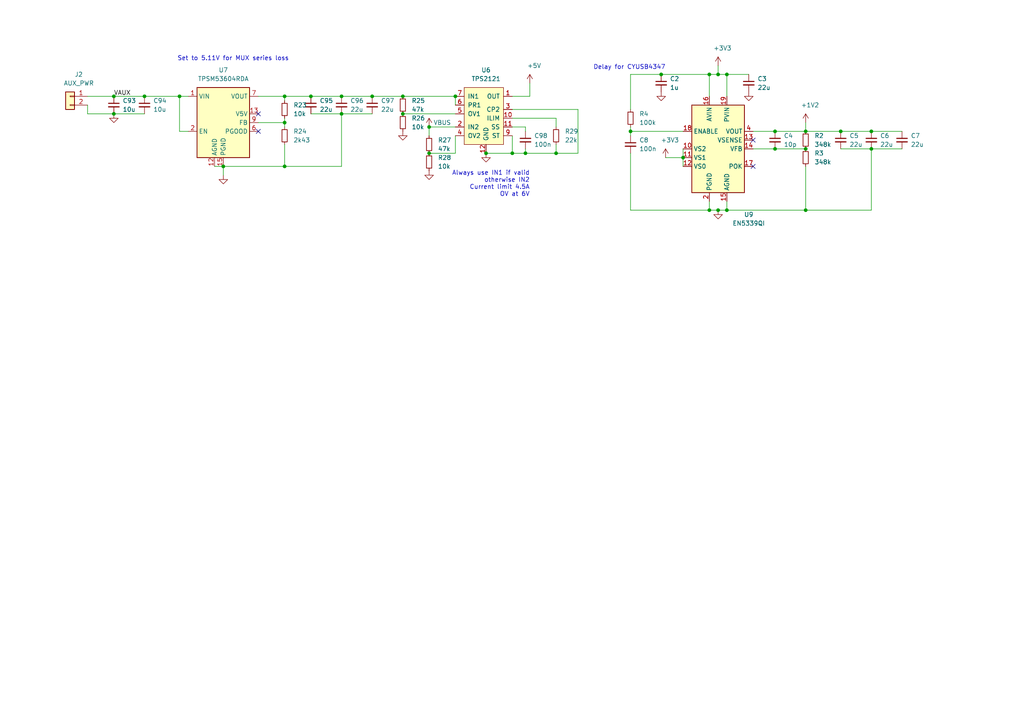
<source format=kicad_sch>
(kicad_sch (version 20210126) (generator eeschema)
  (paper "A4")
  (lib_symbols
    (symbol "Connector_Generic:Conn_01x02" (pin_names (offset 1.016) hide)
      (property "Reference" "J" (at 0 2.54 0))
      (property "Value" "Conn_01x02" (at 0 -5.08 0))
      (symbol "Conn_01x02_1_1"
        (rectangle (start -1.27 -2.413) (end 0 -2.667) (stroke (width 0.1524)))
        (rectangle (start -1.27 0.127) (end 0 -0.127) (stroke (width 0.1524)))
        (rectangle (start -1.27 1.27) (end 1.27 -3.81) (stroke (width 0.254)) (fill (type background)))
        (pin passive line (at -5.08 0 0) (length 3.81) (name "Pin_1") (number "1"))
        (pin passive line (at -5.08 -2.54 0) (length 3.81) (name "Pin_2") (number "2"))
      )
    )
    (symbol "Converter_DCDC:TPSM53604RDA"
      (property "Reference" "U" (at 0 15.24 0))
      (property "Value" "TPSM53604RDA" (at 0 12.7 0))
      (symbol "TPSM53604RDA_0_1"
        (rectangle (start 7.62 10.16) (end -7.62 -10.16) (stroke (width 0.254)) (fill (type background)))
      )
      (symbol "TPSM53604RDA_1_1"
        (pin power_in line (at -10.16 7.62 0) (length 2.54) (name "VIN") (number "1"))
        (pin passive line (at 0 -12.7 90) (length 2.54) hide (name "PGND") (number "10"))
        (pin passive line (at 0 -12.7 90) (length 2.54) hide (name "PGND") (number "11"))
        (pin power_in line (at -2.54 -12.7 90) (length 2.54) (name "AGND") (number "12"))
        (pin output line (at 10.16 2.54 180) (length 2.54) (name "V5V") (number "13"))
        (pin passive line (at -10.16 7.62 0) (length 2.54) hide (name "VIN") (number "14"))
        (pin power_in line (at 0 -12.7 90) (length 2.54) (name "PGND") (number "15"))
        (pin input line (at -10.16 -2.54 0) (length 2.54) (name "EN") (number "2"))
        (pin passive line (at 0 -12.7 90) (length 2.54) hide (name "PGND") (number "3"))
        (pin no_connect line (at -7.62 2.54 0) (length 2.54) hide (name "DNC") (number "4"))
        (pin no_connect line (at -7.62 0 0) (length 2.54) hide (name "DNC") (number "5"))
        (pin open_collector line (at 10.16 -2.54 180) (length 2.54) (name "PGOOD") (number "6"))
        (pin power_out line (at 10.16 7.62 180) (length 2.54) (name "VOUT") (number "7"))
        (pin passive line (at 10.16 7.62 180) (length 2.54) hide (name "VOUT") (number "8"))
        (pin input line (at 10.16 0 180) (length 2.54) (name "FB") (number "9"))
      )
    )
    (symbol "DCDC_Converters:EN5322QI"
      (property "Reference" "U" (at 3.81 16.51 0))
      (property "Value" "EN5322QI" (at 3.81 13.97 0))
      (symbol "EN5322QI_0_1"
        (rectangle (start -7.62 12.7) (end 7.62 -12.7) (stroke (width 0.254)) (fill (type background)))
      )
      (symbol "EN5322QI_1_1"
        (pin no_connect line (at -7.62 2.54 0) (length 2.54) hide (name "NC") (number "1"))
        (pin input line (at -10.16 0 0) (length 2.54) (name "VS2") (number "10"))
        (pin input line (at -10.16 -2.54 0) (length 2.54) (name "VS1") (number "11"))
        (pin input line (at -10.16 -5.08 0) (length 2.54) (name "VS0") (number "12"))
        (pin input line (at 10.16 2.54 180) (length 2.54) (name "VSENSE") (number "13"))
        (pin input line (at 10.16 0 180) (length 2.54) (name "VFB") (number "14"))
        (pin power_in line (at 2.54 -15.24 90) (length 2.54) (name "AGND") (number "15"))
        (pin power_in line (at -2.54 15.24 270) (length 2.54) (name "AVIN") (number "16"))
        (pin output line (at 10.16 -5.08 180) (length 2.54) (name "POK") (number "17"))
        (pin input line (at -10.16 5.08 0) (length 2.54) (name "ENABLE") (number "18"))
        (pin power_in line (at 2.54 15.24 270) (length 2.54) (name "PVIN") (number "19"))
        (pin power_in line (at -2.54 -15.24 90) (length 2.54) (name "PGND") (number "2"))
        (pin passive line (at 2.54 15.24 270) (length 2.54) hide (name "PVIN") (number "20"))
        (pin no_connect line (at -7.62 -7.62 0) (length 2.54) hide (name "NC") (number "21"))
        (pin no_connect line (at 7.62 -2.54 180) (length 2.54) hide (name "NC") (number "22"))
        (pin no_connect line (at 7.62 -7.62 180) (length 2.54) hide (name "NC") (number "23"))
        (pin no_connect line (at 7.62 7.62 180) (length 2.54) hide (name "NC") (number "24"))
        (pin passive line (at -2.54 -15.24 90) (length 2.54) hide (name "PGND") (number "25"))
        (pin passive line (at -2.54 -15.24 90) (length 2.54) hide (name "PGND") (number "3"))
        (pin power_out line (at 10.16 5.08 180) (length 2.54) (name "VOUT") (number "4"))
        (pin passive line (at 10.16 5.08 180) (length 2.54) hide (name "VOUT") (number "5"))
        (pin passive line (at 10.16 5.08 180) (length 2.54) hide (name "VOUT") (number "6"))
        (pin passive line (at 10.16 5.08 180) (length 2.54) hide (name "VOUT") (number "7"))
        (pin passive line (at -2.54 -15.24 90) (length 2.54) hide (name "PGND") (number "8"))
        (pin passive line (at -2.54 -15.24 90) (length 2.54) hide (name "PGND") (number "9"))
      )
    )
    (symbol "Device:C_Small" (pin_numbers hide) (pin_names (offset 0.254) hide)
      (property "Reference" "C" (at 0.254 1.778 0))
      (property "Value" "C_Small" (at 0.254 -2.032 0))
      (symbol "C_Small_0_1"
        (polyline (pts (xy -1.524 -0.508) (xy 1.524 -0.508)) (stroke (width 0.3302)))
        (polyline (pts (xy -1.524 0.508) (xy 1.524 0.508)) (stroke (width 0.3048)))
      )
      (symbol "C_Small_1_1"
        (pin passive line (at 0 2.54 270) (length 2.032) (name "~") (number "1"))
        (pin passive line (at 0 -2.54 90) (length 2.032) (name "~") (number "2"))
      )
    )
    (symbol "Device:R_Small" (pin_numbers hide) (pin_names (offset 0.254) hide)
      (property "Reference" "R" (at 0.762 0.508 0))
      (property "Value" "R_Small" (at 0.762 -1.016 0))
      (symbol "R_Small_0_1"
        (rectangle (start -0.762 1.778) (end 0.762 -1.778) (stroke (width 0.2032)))
      )
      (symbol "R_Small_1_1"
        (pin passive line (at 0 2.54 270) (length 0.762) (name "~") (number "1"))
        (pin passive line (at 0 -2.54 90) (length 0.762) (name "~") (number "2"))
      )
    )
    (symbol "power:+1V2" (power) (pin_names (offset 0))
      (property "Value" "+1V2" (at 0 3.556 0))
      (symbol "+1V2_0_1"
        (polyline (pts (xy -0.762 1.27) (xy 0 2.54)))
        (polyline (pts (xy 0 0) (xy 0 2.54)))
        (polyline (pts (xy 0 2.54) (xy 0.762 1.27)))
      )
      (symbol "+1V2_1_1"
        (pin power_in line (at 0 0 90) (length 0) hide (name "+1V2") (number "1"))
      )
    )
    (symbol "power:+3V3" (power) (pin_names (offset 0))
      (property "Value" "+3V3" (at 0 3.556 0))
      (symbol "+3V3_0_1"
        (polyline (pts (xy -0.762 1.27) (xy 0 2.54)))
        (polyline (pts (xy 0 0) (xy 0 2.54)))
        (polyline (pts (xy 0 2.54) (xy 0.762 1.27)))
      )
      (symbol "+3V3_1_1"
        (pin power_in line (at 0 0 90) (length 0) hide (name "+3V3") (number "1"))
      )
    )
    (symbol "power:+5V" (power) (pin_names (offset 0))
      (property "Value" "+5V" (at 0 3.556 0))
      (symbol "+5V_0_1"
        (polyline (pts (xy -0.762 1.27) (xy 0 2.54)))
        (polyline (pts (xy 0 0) (xy 0 2.54)))
        (polyline (pts (xy 0 2.54) (xy 0.762 1.27)))
      )
      (symbol "+5V_1_1"
        (pin power_in line (at 0 0 90) (length 0) hide (name "+5V") (number "1"))
      )
    )
    (symbol "power:GND" (power) (pin_names (offset 0))
      (property "Value" "GND" (at 0 -3.81 0))
      (symbol "GND_0_1"
        (polyline (pts (xy 0 0) (xy 0 -1.27) (xy 1.27 -1.27) (xy 0 -2.54) (xy -1.27 -1.27) (xy 0 -1.27)))
      )
      (symbol "GND_1_1"
        (pin power_in line (at 0 0 270) (length 0) hide (name "GND") (number "1"))
      )
    )
    (symbol "power:VBUS" (power) (pin_names (offset 0))
      (property "Value" "VBUS" (at 0 3.81 0))
      (symbol "VBUS_0_1"
        (polyline (pts (xy -0.762 1.27) (xy 0 2.54)))
        (polyline (pts (xy 0 0) (xy 0 2.54)))
        (polyline (pts (xy 0 2.54) (xy 0.762 1.27)))
      )
      (symbol "VBUS_1_1"
        (pin power_in line (at 0 0 90) (length 0) hide (name "VBUS") (number "1"))
      )
    )
    (symbol "power_mux:TPS2121" (pin_names (offset 1.016))
      (property "Reference" "U" (at 6.35 -8.89 0))
      (property "Value" "TPS2121" (at 6.35 -8.89 0))
      (symbol "TPS2121_0_1"
        (rectangle (start -6.35 8.89) (end 5.08 -7.62) (fill (type background)))
      )
      (symbol "TPS2121_1_1"
        (pin power_out line (at 7.62 6.35 180) (length 2.54) (name "OUT") (number "1"))
        (pin input line (at 7.62 0 180) (length 2.54) (name "ILIM") (number "10"))
        (pin input line (at 7.62 -2.54 180) (length 2.54) (name "SS") (number "11"))
        (pin power_in line (at 0 -10.16 90) (length 2.54) (name "GND") (number "12"))
        (pin power_in line (at -8.89 -2.54 0) (length 2.54) (name "IN2") (number "2"))
        (pin input line (at 7.62 2.54 180) (length 2.54) (name "CP2") (number "3"))
        (pin input line (at -8.89 -5.08 0) (length 2.54) (name "OV2") (number "4"))
        (pin input line (at -8.89 1.27 0) (length 2.54) (name "OV1") (number "5"))
        (pin input line (at -8.89 3.81 0) (length 2.54) (name "PR1") (number "6"))
        (pin power_in line (at -8.89 6.35 0) (length 2.54) (name "IN1") (number "7"))
        (pin passive line (at 7.62 6.35 180) (length 2.54) hide (name "OUT") (number "8"))
        (pin output line (at 7.62 -5.08 180) (length 2.54) (name "ST") (number "9"))
      )
    )
  )
  (junction (at 33.02 27.94) (diameter 0.9144))
  (junction (at 33.02 33.02) (diameter 0.9144))
  (junction (at 41.91 27.94) (diameter 0.9144))
  (junction (at 52.07 27.94) (diameter 0.9144))
  (junction (at 64.77 48.26) (diameter 0.9144))
  (junction (at 82.55 27.94) (diameter 0.9144))
  (junction (at 82.55 35.56) (diameter 0.9144))
  (junction (at 82.55 48.26) (diameter 0.9144))
  (junction (at 90.17 27.94) (diameter 0.9144))
  (junction (at 99.06 27.94) (diameter 0.9144))
  (junction (at 99.06 33.02) (diameter 0.9144))
  (junction (at 107.95 27.94) (diameter 0.9144))
  (junction (at 116.84 27.94) (diameter 0.9144))
  (junction (at 116.84 33.02) (diameter 0.9144))
  (junction (at 124.46 36.83) (diameter 0.9144))
  (junction (at 124.46 44.45) (diameter 0.9144))
  (junction (at 132.08 27.94) (diameter 0.9144))
  (junction (at 140.97 44.45) (diameter 0.9144))
  (junction (at 148.59 44.45) (diameter 0.9144))
  (junction (at 152.4 44.45) (diameter 0.9144))
  (junction (at 161.29 44.45) (diameter 0.9144))
  (junction (at 182.88 38.1) (diameter 0.9144))
  (junction (at 191.77 21.59) (diameter 0.9144))
  (junction (at 198.12 45.72) (diameter 0.9144))
  (junction (at 205.74 21.59) (diameter 0.9144))
  (junction (at 205.74 60.96) (diameter 0.9144))
  (junction (at 208.28 21.59) (diameter 0.9144))
  (junction (at 208.28 60.96) (diameter 0.9144))
  (junction (at 210.82 21.59) (diameter 0.9144))
  (junction (at 210.82 60.96) (diameter 0.9144))
  (junction (at 224.79 38.1) (diameter 0.9144))
  (junction (at 224.79 43.18) (diameter 0.9144))
  (junction (at 233.68 38.1) (diameter 0.9144))
  (junction (at 233.68 43.18) (diameter 0.9144))
  (junction (at 233.68 60.96) (diameter 0.9144))
  (junction (at 243.84 38.1) (diameter 0.9144))
  (junction (at 252.73 38.1) (diameter 0.9144))
  (junction (at 252.73 43.18) (diameter 0.9144))
  (no_connect (at 74.93 33.02))
  (no_connect (at 74.93 38.1))
  (no_connect (at 218.44 40.64))
  (no_connect (at 218.44 48.26))
  (wire (pts (xy 25.4 30.48) (xy 25.4 33.02)))
  (wire (pts (xy 25.4 33.02) (xy 33.02 33.02)))
  (wire (pts (xy 33.02 27.94) (xy 25.4 27.94)))
  (wire (pts (xy 33.02 33.02) (xy 41.91 33.02)))
  (wire (pts (xy 41.91 27.94) (xy 33.02 27.94)))
  (wire (pts (xy 52.07 27.94) (xy 41.91 27.94)))
  (wire (pts (xy 52.07 27.94) (xy 52.07 38.1)))
  (wire (pts (xy 52.07 38.1) (xy 54.61 38.1)))
  (wire (pts (xy 54.61 27.94) (xy 52.07 27.94)))
  (wire (pts (xy 62.23 48.26) (xy 64.77 48.26)))
  (wire (pts (xy 64.77 48.26) (xy 64.77 50.8)))
  (wire (pts (xy 74.93 27.94) (xy 82.55 27.94)))
  (wire (pts (xy 74.93 35.56) (xy 82.55 35.56)))
  (wire (pts (xy 82.55 27.94) (xy 82.55 29.21)))
  (wire (pts (xy 82.55 27.94) (xy 90.17 27.94)))
  (wire (pts (xy 82.55 35.56) (xy 82.55 34.29)))
  (wire (pts (xy 82.55 35.56) (xy 82.55 36.83)))
  (wire (pts (xy 82.55 41.91) (xy 82.55 48.26)))
  (wire (pts (xy 82.55 48.26) (xy 64.77 48.26)))
  (wire (pts (xy 90.17 27.94) (xy 99.06 27.94)))
  (wire (pts (xy 90.17 33.02) (xy 99.06 33.02)))
  (wire (pts (xy 99.06 27.94) (xy 107.95 27.94)))
  (wire (pts (xy 99.06 33.02) (xy 99.06 48.26)))
  (wire (pts (xy 99.06 33.02) (xy 107.95 33.02)))
  (wire (pts (xy 99.06 48.26) (xy 82.55 48.26)))
  (wire (pts (xy 107.95 27.94) (xy 116.84 27.94)))
  (wire (pts (xy 116.84 27.94) (xy 132.08 27.94)))
  (wire (pts (xy 116.84 33.02) (xy 132.08 33.02)))
  (wire (pts (xy 124.46 36.83) (xy 124.46 39.37)))
  (wire (pts (xy 124.46 36.83) (xy 132.08 36.83)))
  (wire (pts (xy 132.08 27.94) (xy 132.08 30.48)))
  (wire (pts (xy 132.08 39.37) (xy 132.08 44.45)))
  (wire (pts (xy 132.08 44.45) (xy 124.46 44.45)))
  (wire (pts (xy 140.97 44.45) (xy 148.59 44.45)))
  (wire (pts (xy 148.59 27.94) (xy 153.67 27.94)))
  (wire (pts (xy 148.59 31.75) (xy 167.64 31.75)))
  (wire (pts (xy 148.59 34.29) (xy 161.29 34.29)))
  (wire (pts (xy 148.59 36.83) (xy 152.4 36.83)))
  (wire (pts (xy 148.59 44.45) (xy 148.59 39.37)))
  (wire (pts (xy 148.59 44.45) (xy 152.4 44.45)))
  (wire (pts (xy 152.4 36.83) (xy 152.4 38.1)))
  (wire (pts (xy 152.4 43.18) (xy 152.4 44.45)))
  (wire (pts (xy 152.4 44.45) (xy 161.29 44.45)))
  (wire (pts (xy 153.67 27.94) (xy 153.67 24.13)))
  (wire (pts (xy 161.29 34.29) (xy 161.29 36.83)))
  (wire (pts (xy 161.29 41.91) (xy 161.29 44.45)))
  (wire (pts (xy 161.29 44.45) (xy 167.64 44.45)))
  (wire (pts (xy 167.64 31.75) (xy 167.64 44.45)))
  (wire (pts (xy 182.88 21.59) (xy 191.77 21.59)))
  (wire (pts (xy 182.88 31.75) (xy 182.88 21.59)))
  (wire (pts (xy 182.88 38.1) (xy 182.88 36.83)))
  (wire (pts (xy 182.88 38.1) (xy 182.88 39.37)))
  (wire (pts (xy 182.88 44.45) (xy 182.88 60.96)))
  (wire (pts (xy 182.88 60.96) (xy 205.74 60.96)))
  (wire (pts (xy 191.77 21.59) (xy 205.74 21.59)))
  (wire (pts (xy 193.04 45.72) (xy 198.12 45.72)))
  (wire (pts (xy 198.12 38.1) (xy 182.88 38.1)))
  (wire (pts (xy 198.12 43.18) (xy 198.12 45.72)))
  (wire (pts (xy 198.12 45.72) (xy 198.12 48.26)))
  (wire (pts (xy 205.74 21.59) (xy 208.28 21.59)))
  (wire (pts (xy 205.74 27.94) (xy 205.74 21.59)))
  (wire (pts (xy 205.74 58.42) (xy 205.74 60.96)))
  (wire (pts (xy 205.74 60.96) (xy 208.28 60.96)))
  (wire (pts (xy 208.28 21.59) (xy 208.28 19.05)))
  (wire (pts (xy 208.28 21.59) (xy 210.82 21.59)))
  (wire (pts (xy 210.82 21.59) (xy 210.82 27.94)))
  (wire (pts (xy 210.82 58.42) (xy 210.82 60.96)))
  (wire (pts (xy 210.82 60.96) (xy 208.28 60.96)))
  (wire (pts (xy 210.82 60.96) (xy 233.68 60.96)))
  (wire (pts (xy 217.17 21.59) (xy 210.82 21.59)))
  (wire (pts (xy 218.44 38.1) (xy 224.79 38.1)))
  (wire (pts (xy 218.44 43.18) (xy 224.79 43.18)))
  (wire (pts (xy 224.79 38.1) (xy 233.68 38.1)))
  (wire (pts (xy 224.79 43.18) (xy 233.68 43.18)))
  (wire (pts (xy 233.68 38.1) (xy 233.68 35.56)))
  (wire (pts (xy 233.68 38.1) (xy 243.84 38.1)))
  (wire (pts (xy 233.68 48.26) (xy 233.68 60.96)))
  (wire (pts (xy 233.68 60.96) (xy 252.73 60.96)))
  (wire (pts (xy 243.84 38.1) (xy 252.73 38.1)))
  (wire (pts (xy 243.84 43.18) (xy 252.73 43.18)))
  (wire (pts (xy 252.73 38.1) (xy 261.62 38.1)))
  (wire (pts (xy 252.73 43.18) (xy 261.62 43.18)))
  (wire (pts (xy 252.73 60.96) (xy 252.73 43.18)))
  (text "Set to 5.11V for MUX series loss" (at 83.82 17.78 180) (effects (font (size 1.27 1.27)) (justify right bottom)))
  (text "Always use IN1 if valid\notherwise IN2\nCurrent limit 4.5A\nOV at 6V" (at 153.67 57.15 0) (effects (font (size 1.27 1.27)) (justify right bottom)))
  (text "Delay for CYUSB4347" (at 193.04 20.32 180) (effects (font (size 1.27 1.27)) (justify right bottom)))
  (label "VAUX" (at 33.02 27.94 0))
  (symbol (lib_id "power:VBUS") (at 124.46 36.83 0) (unit 1)
    (property "Reference" "#PWR0268" (effects hide))
    (property "Value" "VBUS" (at 128.27 35.56 0))
  )
  (symbol (lib_id "power:+5V") (at 153.67 24.13 0) (unit 1)
    (property "Reference" "#PWR0111" (effects hide))
    (property "Value" "+5V" (at 154.94 19.05 0))
  )
  (symbol (lib_id "power:+3V3") (at 193.04 45.72 0) (unit 1)
    (property "Reference" "#PWR0115" (effects hide))
    (property "Value" "+3V3" (at 194.31 40.64 0))
  )
  (symbol (lib_id "power:+3V3") (at 208.28 19.05 0) (unit 1)
    (property "Reference" "#PWR0114" (effects hide))
    (property "Value" "+3V3" (at 209.55 13.97 0))
  )
  (symbol (lib_id "power:+1V2") (at 233.68 35.56 0) (unit 1)
    (property "Reference" "#PWR0108" (effects hide))
    (property "Value" "+1V2" (at 234.95 30.48 0))
  )
  (symbol (lib_id "power:GND") (at 33.02 33.02 0) (unit 1)
    (property "Reference" "#PWR0267" (effects hide))
    (property "Value" "GND" (effects hide))
  )
  (symbol (lib_id "power:GND") (at 64.77 50.8 0) (unit 1)
    (property "Reference" "#PWR0112" (effects hide))
    (property "Value" "GND" (effects hide))
  )
  (symbol (lib_id "power:GND") (at 116.84 38.1 0) (unit 1)
    (property "Reference" "#PWR0269" (effects hide))
    (property "Value" "GND" (effects hide))
  )
  (symbol (lib_id "power:GND") (at 124.46 49.53 0) (unit 1)
    (property "Reference" "#PWR0270" (effects hide))
    (property "Value" "GND" (effects hide))
  )
  (symbol (lib_id "power:GND") (at 140.97 44.45 0) (unit 1)
    (property "Reference" "#PWR0101" (effects hide))
    (property "Value" "GND" (effects hide))
  )
  (symbol (lib_id "power:GND") (at 191.77 26.67 0) (unit 1)
    (property "Reference" "#PWR0106" (effects hide))
    (property "Value" "GND" (effects hide))
  )
  (symbol (lib_id "power:GND") (at 208.28 60.96 0) (unit 1)
    (property "Reference" "#PWR0113" (effects hide))
    (property "Value" "GND" (effects hide))
  )
  (symbol (lib_id "power:GND") (at 217.17 26.67 0) (unit 1)
    (property "Reference" "#PWR0107" (effects hide))
    (property "Value" "GND" (effects hide))
  )
  (symbol (lib_id "Device:R_Small") (at 82.55 31.75 0) (unit 1)
    (property "Reference" "R23" (at 85.09 30.48 0) (effects (justify left)))
    (property "Value" "10k" (at 85.09 33.02 0) (effects (justify left)))
    (property "Footprint" "Resistor_SMD:R_0402_1005Metric" (effects hide))
  )
  (symbol (lib_id "Device:R_Small") (at 82.55 39.37 0) (unit 1)
    (property "Reference" "R24" (at 85.09 38.1 0) (effects (justify left)))
    (property "Value" "2k43" (at 85.09 40.64 0) (effects (justify left)))
    (property "Footprint" "Resistor_SMD:R_0402_1005Metric" (effects hide))
  )
  (symbol (lib_id "Device:R_Small") (at 116.84 30.48 0) (unit 1)
    (property "Reference" "R25" (at 119.38 29.21 0) (effects (justify left)))
    (property "Value" "47k" (at 119.38 31.75 0) (effects (justify left)))
    (property "Footprint" "Resistor_SMD:R_0402_1005Metric" (effects hide))
  )
  (symbol (lib_id "Device:R_Small") (at 116.84 35.56 0) (unit 1)
    (property "Reference" "R26" (at 119.38 34.29 0) (effects (justify left)))
    (property "Value" "10k" (at 119.38 36.83 0) (effects (justify left)))
    (property "Footprint" "Resistor_SMD:R_0402_1005Metric" (effects hide))
  )
  (symbol (lib_id "Device:R_Small") (at 124.46 41.91 0) (unit 1)
    (property "Reference" "R27" (at 127 40.64 0) (effects (justify left)))
    (property "Value" "47k" (at 127 43.18 0) (effects (justify left)))
    (property "Footprint" "Resistor_SMD:R_0402_1005Metric" (effects hide))
  )
  (symbol (lib_id "Device:R_Small") (at 124.46 46.99 0) (unit 1)
    (property "Reference" "R28" (at 127 45.72 0) (effects (justify left)))
    (property "Value" "10k" (at 127 48.26 0) (effects (justify left)))
    (property "Footprint" "Resistor_SMD:R_0402_1005Metric" (effects hide))
  )
  (symbol (lib_id "Device:R_Small") (at 161.29 39.37 0) (unit 1)
    (property "Reference" "R29" (at 163.83 38.1 0) (effects (justify left)))
    (property "Value" "22k" (at 163.83 40.64 0) (effects (justify left)))
    (property "Footprint" "Resistor_SMD:R_0402_1005Metric" (effects hide))
  )
  (symbol (lib_id "Device:R_Small") (at 182.88 34.29 0) (unit 1)
    (property "Reference" "R4" (at 185.42 33.02 0) (effects (justify left)))
    (property "Value" "100k" (at 185.42 35.56 0) (effects (justify left)))
    (property "Footprint" "Resistor_SMD:R_0402_1005Metric" (effects hide))
  )
  (symbol (lib_id "Device:R_Small") (at 233.68 40.64 0) (unit 1)
    (property "Reference" "R2" (at 236.22 39.37 0) (effects (justify left)))
    (property "Value" "348k" (at 236.22 41.91 0) (effects (justify left)))
    (property "Footprint" "Resistor_SMD:R_0402_1005Metric" (effects hide))
  )
  (symbol (lib_id "Device:R_Small") (at 233.68 45.72 0) (unit 1)
    (property "Reference" "R3" (at 236.22 44.45 0) (effects (justify left)))
    (property "Value" "348k" (at 236.22 46.99 0) (effects (justify left)))
    (property "Footprint" "Resistor_SMD:R_0402_1005Metric" (effects hide))
  )
  (symbol (lib_id "Device:C_Small") (at 33.02 30.48 0) (unit 1)
    (property "Reference" "C93" (at 35.56 29.21 0) (effects (justify left)))
    (property "Value" "10u" (at 35.56 31.75 0) (effects (justify left)))
    (property "Footprint" "Capacitor_SMD:C_1206_3216Metric" (effects hide))
  )
  (symbol (lib_id "Device:C_Small") (at 41.91 30.48 0) (unit 1)
    (property "Reference" "C94" (at 44.45 29.21 0) (effects (justify left)))
    (property "Value" "10u" (at 44.45 31.75 0) (effects (justify left)))
    (property "Footprint" "Capacitor_SMD:C_1206_3216Metric" (effects hide))
  )
  (symbol (lib_id "Device:C_Small") (at 90.17 30.48 0) (unit 1)
    (property "Reference" "C95" (at 92.71 29.21 0) (effects (justify left)))
    (property "Value" "22u" (at 92.71 31.75 0) (effects (justify left)))
    (property "Footprint" "Capacitor_SMD:C_0603_1608Metric" (effects hide))
  )
  (symbol (lib_id "Device:C_Small") (at 99.06 30.48 0) (unit 1)
    (property "Reference" "C96" (at 101.6 29.21 0) (effects (justify left)))
    (property "Value" "22u" (at 101.6 31.75 0) (effects (justify left)))
    (property "Footprint" "Capacitor_SMD:C_0603_1608Metric" (effects hide))
  )
  (symbol (lib_id "Device:C_Small") (at 107.95 30.48 0) (unit 1)
    (property "Reference" "C97" (at 110.49 29.21 0) (effects (justify left)))
    (property "Value" "22u" (at 110.49 31.75 0) (effects (justify left)))
    (property "Footprint" "Capacitor_SMD:C_0603_1608Metric" (effects hide))
  )
  (symbol (lib_id "Device:C_Small") (at 152.4 40.64 0) (unit 1)
    (property "Reference" "C98" (at 154.94 39.37 0) (effects (justify left)))
    (property "Value" "100n" (at 154.94 41.91 0) (effects (justify left)))
    (property "Footprint" "Capacitor_SMD:C_0402_1005Metric" (effects hide))
  )
  (symbol (lib_id "Device:C_Small") (at 182.88 41.91 0) (unit 1)
    (property "Reference" "C8" (at 185.42 40.64 0) (effects (justify left)))
    (property "Value" "100n" (at 185.42 43.18 0) (effects (justify left)))
    (property "Footprint" "Capacitor_SMD:C_0402_1005Metric" (effects hide))
  )
  (symbol (lib_id "Device:C_Small") (at 191.77 24.13 0) (unit 1)
    (property "Reference" "C2" (at 194.31 22.86 0) (effects (justify left)))
    (property "Value" "1u" (at 194.31 25.4 0) (effects (justify left)))
    (property "Footprint" "Capacitor_SMD:C_0402_1005Metric" (effects hide))
  )
  (symbol (lib_id "Device:C_Small") (at 217.17 24.13 0) (unit 1)
    (property "Reference" "C3" (at 219.71 22.86 0) (effects (justify left)))
    (property "Value" "22u" (at 219.71 25.4 0) (effects (justify left)))
    (property "Footprint" "Capacitor_SMD:C_0603_1608Metric" (effects hide))
  )
  (symbol (lib_id "Device:C_Small") (at 224.79 40.64 0) (unit 1)
    (property "Reference" "C4" (at 227.33 39.37 0) (effects (justify left)))
    (property "Value" "10p" (at 227.33 41.91 0) (effects (justify left)))
    (property "Footprint" "Capacitor_SMD:C_0603_1608Metric" (effects hide))
  )
  (symbol (lib_id "Device:C_Small") (at 243.84 40.64 0) (unit 1)
    (property "Reference" "C5" (at 246.38 39.37 0) (effects (justify left)))
    (property "Value" "22u" (at 246.38 41.91 0) (effects (justify left)))
    (property "Footprint" "Capacitor_SMD:C_0603_1608Metric" (effects hide))
  )
  (symbol (lib_id "Device:C_Small") (at 252.73 40.64 0) (unit 1)
    (property "Reference" "C6" (at 255.27 39.37 0) (effects (justify left)))
    (property "Value" "22u" (at 255.27 41.91 0) (effects (justify left)))
    (property "Footprint" "Capacitor_SMD:C_0603_1608Metric" (effects hide))
  )
  (symbol (lib_id "Device:C_Small") (at 261.62 40.64 0) (unit 1)
    (property "Reference" "C7" (at 264.16 39.37 0) (effects (justify left)))
    (property "Value" "22u" (at 264.16 41.91 0) (effects (justify left)))
    (property "Footprint" "Capacitor_SMD:C_0603_1608Metric" (effects hide))
  )
  (symbol (lib_id "Connector_Generic:Conn_01x02") (at 20.32 27.94 0) (mirror y) (unit 1)
    (property "Reference" "J2" (at 22.86 21.59 0))
    (property "Value" "AUX_PWR" (at 22.86 24.13 0))
    (property "Footprint" "Connector_Molex:Molex_Nano-Fit_105313-xx02_1x02_P2.50mm_Horizontal" (effects hide))
  )
  (symbol (lib_id "power_mux:TPS2121") (at 140.97 34.29 0) (unit 1)
    (property "Reference" "U6" (at 140.97 20.32 0))
    (property "Value" "TPS2121" (at 140.97 22.86 0))
    (property "Footprint" "TI:Texas_VQFN-HR-12_2x2.5_Pitch0.5mm" (effects hide))
  )
  (symbol (lib_id "Converter_DCDC:TPSM53604RDA") (at 64.77 35.56 0) (unit 1)
    (property "Reference" "U7" (at 64.77 20.32 0))
    (property "Value" "TPSM53604RDA" (at 64.77 22.86 0))
    (property "Footprint" "Package_DFN_QFN:Texas_B3QFN-14-1EP_5x5.5mm_P0.65mm_ThermalVia" (effects hide))
    (property "Datasheet" "https://www.ti.com/lit/ds/symlink/tpsm53604.pdf" (effects hide))
  )
  (symbol (lib_id "DCDC_Converters:EN5322QI") (at 208.28 43.18 0) (unit 1)
    (property "Reference" "U9" (at 217.17 62.23 0))
    (property "Value" "EN5339QI" (at 217.17 64.77 0))
    (property "Footprint" "DCDC:Converter_DCDC_Intel_QFN-24_4x6mm_P0.65mm_ThermalVias" (effects hide))
    (property "Datasheet" "https://www.intel.sg/content/dam/www/programmable/us/en/pdfs/literature/ds/en5322qi_03454.pdf" (effects hide))
  )
)
</source>
